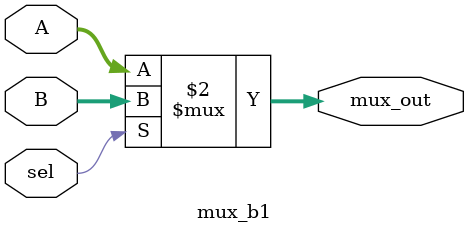
<source format=v>
module mux_b1 (
    input sel, //alusrc
    input [31:0] A, B,
    output [31:0] mux_out
);

    assign mux_out = (sel==1'b0) ? A : B;
    
endmodule

//choose the imm value
</source>
